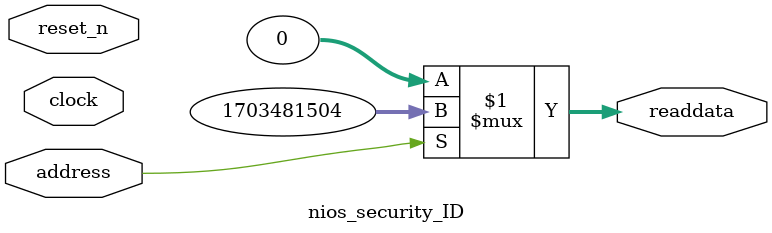
<source format=v>



// synthesis translate_off
`timescale 1ns / 1ps
// synthesis translate_on

// turn off superfluous verilog processor warnings 
// altera message_level Level1 
// altera message_off 10034 10035 10036 10037 10230 10240 10030 

module nios_security_ID (
               // inputs:
                address,
                clock,
                reset_n,

               // outputs:
                readdata
             )
;

  output  [ 31: 0] readdata;
  input            address;
  input            clock;
  input            reset_n;

  wire    [ 31: 0] readdata;
  //control_slave, which is an e_avalon_slave
  assign readdata = address ? 1703481504 : 0;

endmodule



</source>
